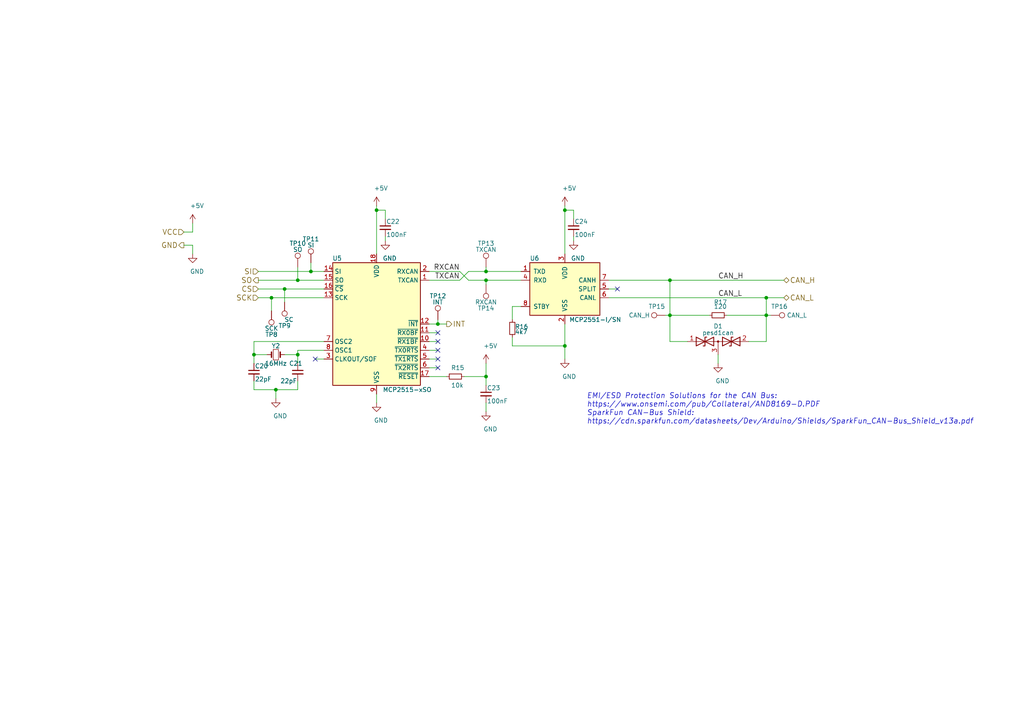
<source format=kicad_sch>
(kicad_sch (version 20211123) (generator eeschema)
  (paper "A4")
  (lib_symbols
    (symbol "Connector:TestPoint" (pin_numbers hide) (pin_names (offset 0.762) hide)
      (property "Reference" "TP" (at 0 6.858 0))
      (property "Value" "TestPoint" (at 0 5.08 0))
      (symbol "TestPoint_0_1"
        (circle (center 0 3.302) (radius 0.762))
      )
      (symbol "TestPoint_1_1"
        (pin passive line (at 0 0 90) (length 2.54) (name "1") (number "1"))
      )
    )
    (symbol "Device:C_Small" (pin_numbers hide) (pin_names (offset 0.254) hide)
      (property "Reference" "C" (at 0.254 1.778 0))
      (property "Value" "C_Small" (at 0.254 -2.032 0))
      (symbol "C_Small_0_1"
        (polyline (pts (xy -1.524 -0.508) (xy 1.524 -0.508)) (stroke (width 0.3302)))
        (polyline (pts (xy -1.524 0.508) (xy 1.524 0.508)) (stroke (width 0.3048)))
      )
      (symbol "C_Small_1_1"
        (pin passive line (at 0 2.54 270) (length 2.032) (name "~") (number "1"))
        (pin passive line (at 0 -2.54 90) (length 2.032) (name "~") (number "2"))
      )
    )
    (symbol "Device:Crystal_Small" (pin_numbers hide) (pin_names (offset 1.016) hide)
      (property "Reference" "Y" (at 0 2.54 0))
      (property "Value" "Crystal_Small" (at 0 -2.54 0))
      (symbol "Crystal_Small_0_1"
        (rectangle (start -0.762 -1.524) (end 0.762 1.524))
        (polyline (pts (xy -1.27 -0.762) (xy -1.27 0.762)) (stroke (width 0.381)))
        (polyline (pts (xy 1.27 -0.762) (xy 1.27 0.762)) (stroke (width 0.381)))
      )
      (symbol "Crystal_Small_1_1"
        (pin passive line (at -2.54 0 0) (length 1.27) (name "1") (number "1"))
        (pin passive line (at 2.54 0 180) (length 1.27) (name "2") (number "2"))
      )
    )
    (symbol "Device:D_TVS_Dual_AAC" (pin_names (offset 1.016) hide)
      (property "Reference" "D" (at 0 4.445 0))
      (property "Value" "D_TVS_Dual_AAC" (at 0 2.54 0))
      (symbol "D_TVS_Dual_AAC_0_0"
        (polyline (pts (xy 0 -1.27) (xy 0 0)))
      )
      (symbol "D_TVS_Dual_AAC_0_1"
        (polyline (pts (xy -6.35 0) (xy 6.35 0)))
        (polyline (pts (xy -3.302 1.27) (xy -3.81 1.27) (xy -3.81 -1.27) (xy -4.318 -1.27)) (stroke (width 0.254)))
        (polyline (pts (xy 4.318 1.27) (xy 3.81 1.27) (xy 3.81 -1.27) (xy 3.302 -1.27)) (stroke (width 0.254)))
        (polyline (pts (xy -6.35 1.27) (xy -1.27 -1.27) (xy -1.27 1.27) (xy -6.35 -1.27) (xy -6.35 1.27)) (stroke (width 0.254)))
        (polyline (pts (xy 6.35 1.27) (xy 1.27 -1.27) (xy 1.27 1.27) (xy 6.35 -1.27) (xy 6.35 1.27)) (stroke (width 0.254)))
        (circle (center 0 0) (radius 0.254) (fill (type outline)))
      )
      (symbol "D_TVS_Dual_AAC_1_1"
        (pin passive line (at -8.89 0 0) (length 2.54) (name "A1") (number "1"))
        (pin passive line (at 8.89 0 180) (length 2.54) (name "A2") (number "2"))
        (pin input line (at 0 -3.81 90) (length 2.54) (name "common") (number "3"))
      )
    )
    (symbol "Device:R_Small" (pin_numbers hide) (pin_names (offset 0.254) hide)
      (property "Reference" "R" (at 0.762 0.508 0))
      (property "Value" "R_Small" (at 0.762 -1.016 0))
      (symbol "R_Small_0_1"
        (rectangle (start -0.762 1.778) (end 0.762 -1.778) (stroke (width 0.2032)))
      )
      (symbol "R_Small_1_1"
        (pin passive line (at 0 2.54 270) (length 0.762) (name "~") (number "1"))
        (pin passive line (at 0 -2.54 90) (length 0.762) (name "~") (number "2"))
      )
    )
    (symbol "Interface_CAN_LIN:MCP2515-xSO"
      (property "Reference" "U" (at -10.16 19.685 0))
      (property "Value" "MCP2515-xSO" (at 19.05 20.32 0))
      (symbol "MCP2515-xSO_0_1"
        (rectangle (start -12.7 17.78) (end 12.7 -17.78) (stroke (width 0.254)) (fill (type background)))
      )
      (symbol "MCP2515-xSO_1_1"
        (pin output line (at 15.24 12.7 180) (length 2.54) (name "TXCAN") (number "1"))
        (pin output line (at 15.24 -5.08 180) (length 2.54) (name "~{RX1BF}") (number "10"))
        (pin output line (at 15.24 -2.54 180) (length 2.54) (name "~{RX0BF}") (number "11"))
        (pin output line (at 15.24 0 180) (length 2.54) (name "~{INT}") (number "12"))
        (pin input line (at -15.24 7.62 0) (length 2.54) (name "SCK") (number "13"))
        (pin input line (at -15.24 15.24 0) (length 2.54) (name "SI") (number "14"))
        (pin output line (at -15.24 12.7 0) (length 2.54) (name "SO") (number "15"))
        (pin input line (at -15.24 10.16 0) (length 2.54) (name "~{CS}") (number "16"))
        (pin input line (at 15.24 -15.24 180) (length 2.54) (name "~{RESET}") (number "17"))
        (pin power_in line (at 0 20.32 270) (length 2.54) (name "VDD") (number "18"))
        (pin input line (at 15.24 15.24 180) (length 2.54) (name "RXCAN") (number "2"))
        (pin output line (at -15.24 -10.16 0) (length 2.54) (name "CLKOUT/SOF") (number "3"))
        (pin input line (at 15.24 -7.62 180) (length 2.54) (name "~{TX0RTS}") (number "4"))
        (pin input line (at 15.24 -10.16 180) (length 2.54) (name "~{TX1RTS}") (number "5"))
        (pin input line (at 15.24 -12.7 180) (length 2.54) (name "~{TX2RTS}") (number "6"))
        (pin output line (at -15.24 -5.08 0) (length 2.54) (name "OSC2") (number "7"))
        (pin input line (at -15.24 -7.62 0) (length 2.54) (name "OSC1") (number "8"))
        (pin power_in line (at 0 -20.32 90) (length 2.54) (name "VSS") (number "9"))
      )
    )
    (symbol "Interface_CAN_LIN:MCP2561-E-SN" (pin_names (offset 1.016))
      (property "Reference" "U" (at -10.16 8.89 0))
      (property "Value" "MCP2561-E-SN" (at 2.54 8.89 0))
      (symbol "MCP2561-E-SN_0_1"
        (rectangle (start -10.16 7.62) (end 10.16 -7.62) (stroke (width 0.254)) (fill (type background)))
      )
      (symbol "MCP2561-E-SN_1_1"
        (pin input line (at -12.7 5.08 0) (length 2.54) (name "TXD") (number "1"))
        (pin power_in line (at 0 -10.16 90) (length 2.54) (name "VSS") (number "2"))
        (pin power_in line (at 0 10.16 270) (length 2.54) (name "VDD") (number "3"))
        (pin output line (at -12.7 2.54 0) (length 2.54) (name "RXD") (number "4"))
        (pin passive line (at 12.7 0 180) (length 2.54) (name "SPLIT") (number "5"))
        (pin bidirectional line (at 12.7 -2.54 180) (length 2.54) (name "CANL") (number "6"))
        (pin bidirectional line (at 12.7 2.54 180) (length 2.54) (name "CANH") (number "7"))
        (pin input line (at -12.7 -5.08 0) (length 2.54) (name "STBY") (number "8"))
      )
    )
    (symbol "power:+5V" (power) (pin_names (offset 0))
      (property "Value" "+5V" (at 0 3.556 0))
      (symbol "+5V_0_1"
        (polyline (pts (xy -0.762 1.27) (xy 0 2.54)))
        (polyline (pts (xy 0 0) (xy 0 2.54)))
        (polyline (pts (xy 0 2.54) (xy 0.762 1.27)))
      )
      (symbol "+5V_1_1"
        (pin power_in line (at 0 0 90) (length 0) hide (name "+5V") (number "1"))
      )
    )
    (symbol "power:GND" (power) (pin_names (offset 0))
      (property "Value" "GND" (at 0 -3.81 0))
      (symbol "GND_0_1"
        (polyline (pts (xy 0 0) (xy 0 -1.27) (xy 1.27 -1.27) (xy 0 -2.54) (xy -1.27 -1.27) (xy 0 -1.27)))
      )
      (symbol "GND_1_1"
        (pin power_in line (at 0 0 270) (length 0) hide (name "GND") (number "1"))
      )
    )
  )
  (junction (at 222.25 91.44))
  (junction (at 222.25 86.36))
  (junction (at 90.17 78.74))
  (junction (at 80.01 113.03))
  (junction (at 163.83 60.96))
  (junction (at 194.31 81.28))
  (junction (at 140.97 109.22))
  (junction (at 163.83 100.33))
  (junction (at 140.97 81.28))
  (junction (at 73.66 102.87))
  (junction (at 82.55 83.82))
  (junction (at 140.97 78.74))
  (junction (at 86.36 81.28))
  (junction (at 86.36 102.87))
  (junction (at 127 93.98))
  (junction (at 109.22 60.96))
  (junction (at 78.74 86.36))
  (junction (at 194.31 91.44))
  (no_connect (at 91.44 104.14))
  (no_connect (at 127 96.52))
  (no_connect (at 127 106.68))
  (no_connect (at 127 99.06))
  (no_connect (at 127 101.6))
  (no_connect (at 127 104.14))
  (no_connect (at 179.07 83.82))
  (wire (pts (xy 127 104.14) (xy 124.46 104.14)))
  (wire (pts (xy 109.22 59.69) (xy 109.22 60.96)))
  (wire (pts (xy 124.46 81.28) (xy 133.35 81.28)))
  (wire (pts (xy 109.22 116.84) (xy 109.22 114.3)))
  (wire (pts (xy 217.17 99.06) (xy 222.25 99.06)))
  (wire (pts (xy 127 99.06) (xy 124.46 99.06)))
  (wire (pts (xy 176.53 81.28) (xy 194.31 81.28)))
  (wire (pts (xy 176.53 86.36) (xy 222.25 86.36)))
  (wire (pts (xy 78.74 90.17) (xy 78.74 86.36)))
  (wire (pts (xy 73.66 113.03) (xy 80.01 113.03)))
  (wire (pts (xy 111.76 63.5) (xy 111.76 60.96)))
  (wire (pts (xy 135.89 78.74) (xy 140.97 78.74)))
  (wire (pts (xy 148.59 97.79) (xy 148.59 100.33)))
  (wire (pts (xy 163.83 93.98) (xy 163.83 100.33)))
  (wire (pts (xy 55.88 67.31) (xy 53.34 67.31)))
  (wire (pts (xy 86.36 102.87) (xy 86.36 105.41)))
  (wire (pts (xy 78.74 86.36) (xy 93.98 86.36)))
  (wire (pts (xy 74.93 86.36) (xy 78.74 86.36)))
  (wire (pts (xy 77.47 102.87) (xy 73.66 102.87)))
  (wire (pts (xy 127 106.68) (xy 124.46 106.68)))
  (wire (pts (xy 199.39 99.06) (xy 194.31 99.06)))
  (wire (pts (xy 90.17 78.74) (xy 93.98 78.74)))
  (wire (pts (xy 90.17 76.2) (xy 90.17 78.74)))
  (wire (pts (xy 166.37 68.58) (xy 166.37 69.85)))
  (wire (pts (xy 140.97 78.74) (xy 151.13 78.74)))
  (wire (pts (xy 127 101.6) (xy 124.46 101.6)))
  (wire (pts (xy 148.59 88.9) (xy 151.13 88.9)))
  (wire (pts (xy 127 96.52) (xy 124.46 96.52)))
  (wire (pts (xy 86.36 113.03) (xy 86.36 110.49)))
  (wire (pts (xy 222.25 86.36) (xy 227.33 86.36)))
  (wire (pts (xy 91.44 104.14) (xy 93.98 104.14)))
  (wire (pts (xy 166.37 63.5) (xy 166.37 60.96)))
  (wire (pts (xy 148.59 100.33) (xy 163.83 100.33)))
  (wire (pts (xy 124.46 78.74) (xy 133.35 78.74)))
  (wire (pts (xy 53.34 71.12) (xy 55.88 71.12)))
  (wire (pts (xy 222.25 99.06) (xy 222.25 91.44)))
  (wire (pts (xy 124.46 93.98) (xy 127 93.98)))
  (wire (pts (xy 163.83 60.96) (xy 166.37 60.96)))
  (wire (pts (xy 140.97 116.84) (xy 140.97 119.38)))
  (wire (pts (xy 73.66 99.06) (xy 93.98 99.06)))
  (wire (pts (xy 109.22 60.96) (xy 109.22 73.66)))
  (wire (pts (xy 140.97 81.28) (xy 151.13 81.28)))
  (wire (pts (xy 133.35 78.74) (xy 135.89 81.28)))
  (wire (pts (xy 80.01 113.03) (xy 86.36 113.03)))
  (wire (pts (xy 80.01 115.57) (xy 80.01 113.03)))
  (wire (pts (xy 74.93 81.28) (xy 86.36 81.28)))
  (wire (pts (xy 140.97 109.22) (xy 134.62 109.22)))
  (wire (pts (xy 55.88 71.12) (xy 55.88 73.66)))
  (wire (pts (xy 86.36 101.6) (xy 86.36 102.87)))
  (wire (pts (xy 73.66 102.87) (xy 73.66 105.41)))
  (wire (pts (xy 74.93 78.74) (xy 90.17 78.74)))
  (wire (pts (xy 163.83 60.96) (xy 163.83 73.66)))
  (wire (pts (xy 86.36 102.87) (xy 82.55 102.87)))
  (wire (pts (xy 135.89 81.28) (xy 140.97 81.28)))
  (wire (pts (xy 163.83 59.69) (xy 163.83 60.96)))
  (wire (pts (xy 163.83 100.33) (xy 163.83 104.14)))
  (wire (pts (xy 86.36 101.6) (xy 93.98 101.6)))
  (wire (pts (xy 194.31 91.44) (xy 205.74 91.44)))
  (wire (pts (xy 194.31 81.28) (xy 194.31 91.44)))
  (wire (pts (xy 133.35 81.28) (xy 135.89 78.74)))
  (wire (pts (xy 140.97 82.55) (xy 140.97 81.28)))
  (wire (pts (xy 208.28 102.87) (xy 208.28 105.41)))
  (wire (pts (xy 86.36 81.28) (xy 93.98 81.28)))
  (wire (pts (xy 109.22 60.96) (xy 111.76 60.96)))
  (wire (pts (xy 82.55 83.82) (xy 93.98 83.82)))
  (wire (pts (xy 124.46 109.22) (xy 129.54 109.22)))
  (wire (pts (xy 74.93 83.82) (xy 82.55 83.82)))
  (wire (pts (xy 140.97 109.22) (xy 140.97 111.76)))
  (wire (pts (xy 55.88 64.77) (xy 55.88 67.31)))
  (wire (pts (xy 111.76 68.58) (xy 111.76 69.85)))
  (wire (pts (xy 194.31 99.06) (xy 194.31 91.44)))
  (wire (pts (xy 86.36 81.28) (xy 86.36 77.47)))
  (wire (pts (xy 127 92.71) (xy 127 93.98)))
  (wire (pts (xy 127 93.98) (xy 129.54 93.98)))
  (wire (pts (xy 222.25 91.44) (xy 223.52 91.44)))
  (wire (pts (xy 194.31 81.28) (xy 227.33 81.28)))
  (wire (pts (xy 73.66 113.03) (xy 73.66 110.49)))
  (wire (pts (xy 140.97 77.47) (xy 140.97 78.74)))
  (wire (pts (xy 148.59 92.71) (xy 148.59 88.9)))
  (wire (pts (xy 73.66 99.06) (xy 73.66 102.87)))
  (wire (pts (xy 82.55 87.63) (xy 82.55 83.82)))
  (wire (pts (xy 193.04 91.44) (xy 194.31 91.44)))
  (wire (pts (xy 210.82 91.44) (xy 222.25 91.44)))
  (wire (pts (xy 140.97 105.41) (xy 140.97 109.22)))
  (wire (pts (xy 179.07 83.82) (xy 176.53 83.82)))
  (wire (pts (xy 222.25 86.36) (xy 222.25 91.44)))
  (text "EMI/ESD Protection Solutions for the CAN Bus: \nhttps://www.onsemi.com/pub/Collateral/AND8169-D.PDF\nSparkFun CAN-Bus Shield:\nhttps://cdn.sparkfun.com/datasheets/Dev/Arduino/Shields/SparkFun_CAN-Bus_Shield_v13a.pdf" (at 170.18 123.19 0) (effects (font (size 1.524 1.524) italic) (justify left bottom)))
  (label "CAN_H" (at 208.28 81.28 0) (effects (font (size 1.524 1.524))))
  (label "RXCAN" (at 133.35 78.74 180) (effects (font (size 1.524 1.524))))
  (label "CAN_L" (at 208.28 86.36 0) (effects (font (size 1.524 1.524))))
  (label "TXCAN" (at 133.35 81.28 180) (effects (font (size 1.524 1.524))))
  (hierarchical_label "CAN_L" (shape bidirectional) (at 227.33 86.36 0) (effects (font (size 1.524 1.524))))
  (hierarchical_label "SCK" (shape input) (at 74.93 86.36 180) (effects (font (size 1.524 1.524))))
  (hierarchical_label "SO" (shape output) (at 74.93 81.28 180) (effects (font (size 1.524 1.524))))
  (hierarchical_label "INT" (shape output) (at 129.54 93.98 0) (effects (font (size 1.524 1.524))))
  (hierarchical_label "GND" (shape output) (at 53.34 71.12 180) (effects (font (size 1.524 1.524))))
  (hierarchical_label "CS" (shape input) (at 74.93 83.82 180) (effects (font (size 1.524 1.524))))
  (hierarchical_label "VCC" (shape input) (at 53.34 67.31 180) (effects (font (size 1.524 1.524))))
  (hierarchical_label "SI" (shape input) (at 74.93 78.74 180) (effects (font (size 1.524 1.524))))
  (hierarchical_label "CAN_H" (shape bidirectional) (at 227.33 81.28 0) (effects (font (size 1.524 1.524))))
  (symbol (lib_id "Interface_CAN_LIN:MCP2561-E-SN") (at 163.83 83.82 0) (unit 1)
    (property "Reference" "U6" (at 153.67 74.93 0) (effects (justify left)))
    (property "Value" "MCP2551-I/SN" (at 165.1 92.71 0) (effects (justify left)))
    (property "Footprint" "Package_SO:SOIC-8_3.9x4.9mm_P1.27mm" (effects hide))
  )
  (symbol (lib_id "Device:R_Small") (at 132.08 109.22 270) (unit 1)
    (property "Reference" "R15" (at 130.81 106.68 90) (effects (justify left)))
    (property "Value" "10k" (at 130.81 111.76 90) (effects (justify left)))
    (property "Footprint" "Resistor_SMD:R_0805_2012Metric_Pad1.20x1.40mm_HandSolder" (effects hide))
  )
  (symbol (lib_id "Device:R_Small") (at 148.59 95.25 0) (unit 1)
    (property "Reference" "R16" (at 149.352 94.742 0) (effects (justify left)))
    (property "Value" "4k7" (at 149.352 96.266 0) (effects (justify left)))
    (property "Footprint" "Resistor_SMD:R_0805_2012Metric_Pad1.20x1.40mm_HandSolder" (effects hide))
  )
  (symbol (lib_id "Device:R_Small") (at 208.28 91.44 270) (unit 1)
    (property "Reference" "R17" (at 207.01 87.63 90) (effects (justify left)))
    (property "Value" "120" (at 207.01 88.9 90) (effects (justify left)))
    (property "Footprint" "Resistor_SMD:R_0805_2012Metric_Pad1.20x1.40mm_HandSolder" (effects hide))
  )
  (symbol (lib_id "Device:C_Small") (at 111.76 66.04 0) (unit 1)
    (property "Reference" "C22" (at 112.014 64.262 0) (effects (justify left)))
    (property "Value" "100nF" (at 112.014 68.072 0) (effects (justify left)))
    (property "Footprint" "Capacitor_SMD:C_0805_2012Metric_Pad1.18x1.45mm_HandSolder" (effects hide))
  )
  (symbol (lib_id "Device:D_TVS_Dual_AAC") (at 208.28 99.06 0) (unit 1)
    (property "Reference" "D1" (at 208.28 94.615 0))
    (property "Value" "pesd1can" (at 208.28 96.52 0))
    (property "Footprint" "Package_TO_SOT_SMD:SOT-23_Handsoldering" (effects hide))
    (property "Datasheet" "https://assets.nexperia.com/documents/data-sheet/PESD1CAN.pdf" (effects hide))
  )
  (symbol (lib_id "Connector:TestPoint") (at 140.97 77.47 0) (unit 1)
    (property "Reference" "TP13" (at 140.97 70.612 0))
    (property "Value" "TXCAN" (at 140.97 72.39 0))
    (property "Footprint" "TestPoint:TestPoint_Pad_2.0x2.0mm" (effects hide))
  )
  (symbol (lib_id "Connector:TestPoint") (at 140.97 82.55 180) (unit 1)
    (property "Reference" "TP14" (at 140.97 89.408 0))
    (property "Value" "RXCAN" (at 140.97 87.63 0))
    (property "Footprint" "TestPoint:TestPoint_Pad_2.0x2.0mm" (effects hide))
  )
  (symbol (lib_id "Connector:TestPoint") (at 127 92.71 0) (unit 1)
    (property "Reference" "TP12" (at 127 85.852 0))
    (property "Value" "INT" (at 127 87.63 0))
    (property "Footprint" "TestPoint:TestPoint_Pad_2.0x2.0mm" (effects hide))
  )
  (symbol (lib_id "Connector:TestPoint") (at 90.17 76.2 0) (unit 1)
    (property "Reference" "TP11" (at 90.17 69.342 0))
    (property "Value" "SI" (at 90.17 71.12 0))
    (property "Footprint" "TestPoint:TestPoint_Pad_2.0x2.0mm" (effects hide))
  )
  (symbol (lib_id "Connector:TestPoint") (at 86.36 77.47 0) (unit 1)
    (property "Reference" "TP10" (at 86.36 70.612 0))
    (property "Value" "SO" (at 86.36 72.39 0))
    (property "Footprint" "TestPoint:TestPoint_Pad_2.0x2.0mm" (effects hide))
  )
  (symbol (lib_id "Connector:TestPoint") (at 78.74 90.17 180) (unit 1)
    (property "Reference" "TP8" (at 78.74 97.028 0))
    (property "Value" "SCK" (at 78.74 95.25 0))
    (property "Footprint" "TestPoint:TestPoint_Pad_2.0x2.0mm" (effects hide))
  )
  (symbol (lib_id "Connector:TestPoint") (at 82.55 87.63 180) (unit 1)
    (property "Reference" "TP9" (at 82.55 94.488 0))
    (property "Value" "SC" (at 83.82 92.71 0))
    (property "Footprint" "TestPoint:TestPoint_Pad_2.0x2.0mm" (effects hide))
  )
  (symbol (lib_id "Connector:TestPoint") (at 223.52 91.44 270) (unit 1)
    (property "Reference" "TP16" (at 226.06 88.9 90))
    (property "Value" "CAN_L" (at 231.14 91.44 90))
    (property "Footprint" "TestPoint:TestPoint_Pad_2.0x2.0mm" (effects hide))
  )
  (symbol (lib_id "Connector:TestPoint") (at 193.04 91.44 90) (mirror x) (unit 1)
    (property "Reference" "TP15" (at 190.5 88.9 90))
    (property "Value" "CAN_H" (at 185.42 91.44 90))
    (property "Footprint" "TestPoint:TestPoint_Pad_2.0x2.0mm" (effects hide))
  )
  (symbol (lib_id "Interface_CAN_LIN:MCP2515-xSO") (at 109.22 93.98 0) (unit 1)
    (property "Reference" "U5" (at 97.79 74.93 0))
    (property "Value" "MCP2515-xSO" (at 118.11 113.03 0))
    (property "Footprint" "Package_SO:SOIC-18W_7.5x11.6mm_P1.27mm" (effects hide))
    (property "Datasheet" "http://ww1.microchip.com/downloads/en/DeviceDoc/21801e.pdf" (effects hide))
  )
  (symbol (lib_id "Device:Crystal_Small") (at 80.01 102.87 0) (unit 1)
    (property "Reference" "Y2" (at 80.01 100.33 0))
    (property "Value" "16MHz" (at 80.01 105.41 0))
    (property "Footprint" "Crystal:Crystal_HC49-U_Vertical" (effects hide))
    (property "Datasheet" "http://www.farnell.com/datasheets/321153.pdf" (effects hide))
  )
  (symbol (lib_id "Device:C_Small") (at 73.66 107.95 0) (unit 1)
    (property "Reference" "C20" (at 73.914 106.172 0) (effects (justify left)))
    (property "Value" "22pF" (at 73.914 109.982 0) (effects (justify left)))
    (property "Footprint" "Capacitor_SMD:C_0805_2012Metric_Pad1.18x1.45mm_HandSolder" (effects hide))
  )
  (symbol (lib_id "Device:C_Small") (at 86.36 107.95 0) (unit 1)
    (property "Reference" "C21" (at 83.82 105.41 0) (effects (justify left)))
    (property "Value" "22pF" (at 81.28 110.49 0) (effects (justify left)))
    (property "Footprint" "Capacitor_SMD:C_0805_2012Metric_Pad1.18x1.45mm_HandSolder" (effects hide))
  )
  (symbol (lib_id "power:GND") (at 80.01 115.57 0) (unit 1)
    (property "Reference" "#PWR025" (effects hide))
    (property "Value" "GND" (at 81.28 120.65 0))
  )
  (symbol (lib_id "power:GND") (at 111.76 69.85 0) (unit 1)
    (property "Reference" "#PWR028" (effects hide))
    (property "Value" "GND" (at 113.03 74.93 0))
  )
  (symbol (lib_id "power:+5V") (at 140.97 105.41 0) (unit 1)
    (property "Reference" "#PWR029" (effects hide))
    (property "Value" "+5V" (at 142.24 100.33 0))
  )
  (symbol (lib_id "power:+5V") (at 109.22 59.69 0) (unit 1)
    (property "Reference" "#PWR026" (effects hide))
    (property "Value" "+5V" (at 110.49 54.61 0))
  )
  (symbol (lib_id "Device:C_Small") (at 166.37 66.04 0) (unit 1)
    (property "Reference" "C24" (at 166.624 64.262 0) (effects (justify left)))
    (property "Value" "100nF" (at 166.624 68.072 0) (effects (justify left)))
    (property "Footprint" "Capacitor_SMD:C_0805_2012Metric_Pad1.18x1.45mm_HandSolder" (effects hide))
  )
  (symbol (lib_id "power:GND") (at 166.37 69.85 0) (unit 1)
    (property "Reference" "#PWR033" (effects hide))
    (property "Value" "GND" (at 167.64 74.93 0))
  )
  (symbol (lib_id "power:+5V") (at 163.83 59.69 0) (unit 1)
    (property "Reference" "#PWR031" (effects hide))
    (property "Value" "+5V" (at 165.1 54.61 0))
  )
  (symbol (lib_id "power:+5V") (at 55.88 64.77 0) (unit 1)
    (property "Reference" "#PWR023" (effects hide))
    (property "Value" "+5V" (at 57.15 59.69 0))
  )
  (symbol (lib_id "power:GND") (at 55.88 73.66 0) (unit 1)
    (property "Reference" "#PWR024" (effects hide))
    (property "Value" "GND" (at 57.15 78.74 0))
  )
  (symbol (lib_id "power:GND") (at 109.22 116.84 0) (unit 1)
    (property "Reference" "#PWR027" (effects hide))
    (property "Value" "GND" (at 110.49 121.92 0))
  )
  (symbol (lib_id "power:GND") (at 163.83 104.14 0) (unit 1)
    (property "Reference" "#PWR032" (effects hide))
    (property "Value" "GND" (at 165.1 109.22 0))
  )
  (symbol (lib_id "Device:C_Small") (at 140.97 114.3 0) (unit 1)
    (property "Reference" "C23" (at 141.224 112.522 0) (effects (justify left)))
    (property "Value" "100nF" (at 141.224 116.332 0) (effects (justify left)))
    (property "Footprint" "Capacitor_SMD:C_0805_2012Metric_Pad1.18x1.45mm_HandSolder" (effects hide))
  )
  (symbol (lib_id "power:GND") (at 140.97 119.38 0) (unit 1)
    (property "Reference" "#PWR030" (effects hide))
    (property "Value" "GND" (at 142.24 124.46 0))
  )
  (symbol (lib_id "power:GND") (at 208.28 105.41 0) (unit 1)
    (property "Reference" "#PWR034" (effects hide))
    (property "Value" "GND" (at 209.55 110.49 0))
  )
)
</source>
